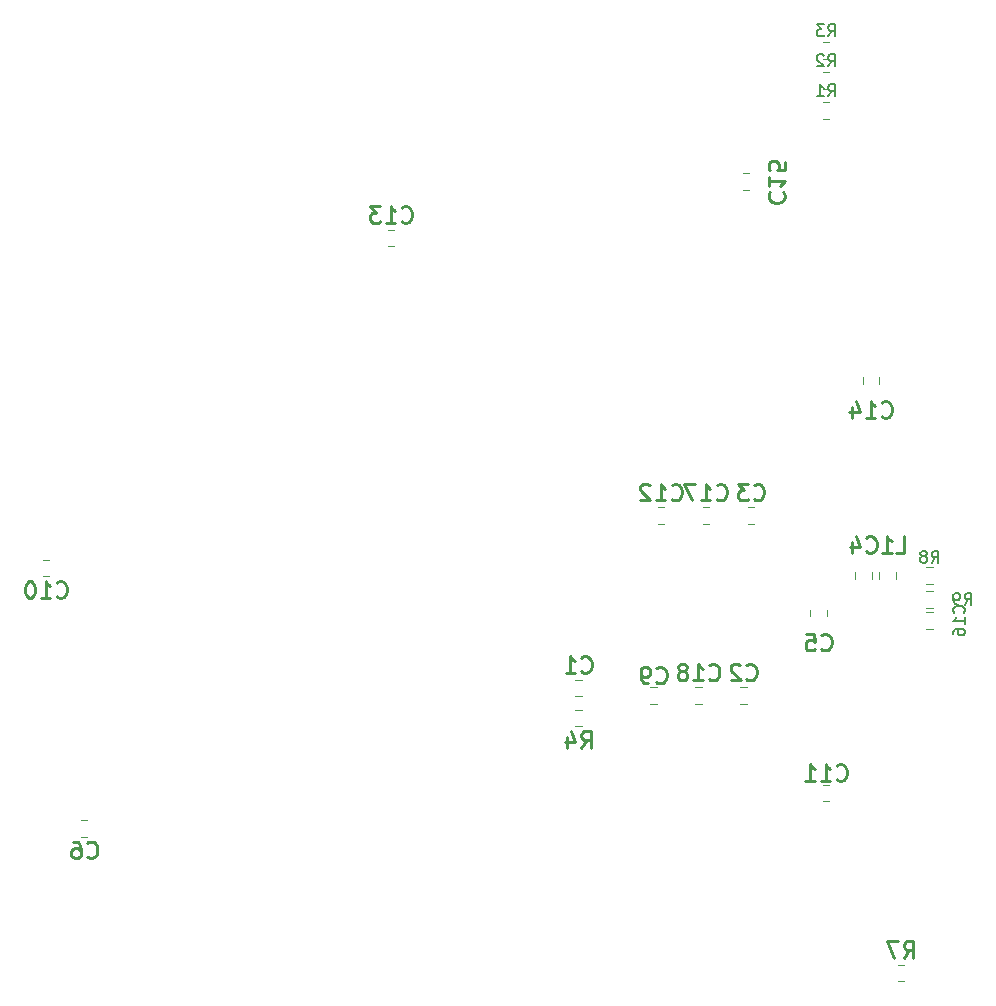
<source format=gbr>
G04 #@! TF.GenerationSoftware,KiCad,Pcbnew,(5.0.2)-1*
G04 #@! TF.CreationDate,2019-09-25T20:03:45-04:00*
G04 #@! TF.ProjectId,Z80_CPU,5a38305f-4350-4552-9e6b-696361645f70,1*
G04 #@! TF.SameCoordinates,Original*
G04 #@! TF.FileFunction,Legend,Bot*
G04 #@! TF.FilePolarity,Positive*
%FSLAX46Y46*%
G04 Gerber Fmt 4.6, Leading zero omitted, Abs format (unit mm)*
G04 Created by KiCad (PCBNEW (5.0.2)-1) date 9/25/2019 8:03:45 PM*
%MOMM*%
%LPD*%
G01*
G04 APERTURE LIST*
%ADD10C,0.120000*%
%ADD11C,0.254000*%
%ADD12C,0.150000*%
G04 APERTURE END LIST*
D10*
G04 #@! TO.C,L1*
X85292000Y-48521252D02*
X85292000Y-47998748D01*
X83872000Y-48521252D02*
X83872000Y-47998748D01*
G04 #@! TO.C,C1*
X58158748Y-58495000D02*
X58681252Y-58495000D01*
X58158748Y-57075000D02*
X58681252Y-57075000D01*
G04 #@! TO.C,C2*
X72128748Y-59130000D02*
X72651252Y-59130000D01*
X72128748Y-57710000D02*
X72651252Y-57710000D01*
G04 #@! TO.C,C3*
X72763748Y-43890000D02*
X73286252Y-43890000D01*
X72763748Y-42470000D02*
X73286252Y-42470000D01*
G04 #@! TO.C,C4*
X81840000Y-48521252D02*
X81840000Y-47998748D01*
X83260000Y-48521252D02*
X83260000Y-47998748D01*
G04 #@! TO.C,C5*
X79450000Y-51173748D02*
X79450000Y-51696252D01*
X78030000Y-51173748D02*
X78030000Y-51696252D01*
G04 #@! TO.C,C6*
X16843752Y-68949500D02*
X16321248Y-68949500D01*
X16843752Y-70369500D02*
X16321248Y-70369500D01*
G04 #@! TO.C,C9*
X65031252Y-59130000D02*
X64508748Y-59130000D01*
X65031252Y-57710000D02*
X64508748Y-57710000D01*
G04 #@! TO.C,C10*
X13596252Y-46915000D02*
X13073748Y-46915000D01*
X13596252Y-48335000D02*
X13073748Y-48335000D01*
G04 #@! TO.C,C11*
X79636252Y-67385000D02*
X79113748Y-67385000D01*
X79636252Y-65965000D02*
X79113748Y-65965000D01*
G04 #@! TO.C,C12*
X65666252Y-42470000D02*
X65143748Y-42470000D01*
X65666252Y-43890000D02*
X65143748Y-43890000D01*
G04 #@! TO.C,C13*
X42283748Y-18975000D02*
X42806252Y-18975000D01*
X42283748Y-20395000D02*
X42806252Y-20395000D01*
G04 #@! TO.C,C14*
X82475000Y-31488748D02*
X82475000Y-32011252D01*
X83895000Y-31488748D02*
X83895000Y-32011252D01*
G04 #@! TO.C,C15*
X72862072Y-15642660D02*
X72339568Y-15642660D01*
X72862072Y-14222660D02*
X72339568Y-14222660D01*
G04 #@! TO.C,C17*
X68953748Y-42470000D02*
X69476252Y-42470000D01*
X68953748Y-43890000D02*
X69476252Y-43890000D01*
G04 #@! TO.C,C18*
X68318748Y-59130000D02*
X68841252Y-59130000D01*
X68318748Y-57710000D02*
X68841252Y-57710000D01*
G04 #@! TO.C,R4*
X58681252Y-61035000D02*
X58158748Y-61035000D01*
X58681252Y-59615000D02*
X58158748Y-59615000D01*
G04 #@! TO.C,R7*
X85986252Y-82625000D02*
X85463748Y-82625000D01*
X85986252Y-81205000D02*
X85463748Y-81205000D01*
G04 #@! TO.C,R1*
X79636252Y-8180000D02*
X79113748Y-8180000D01*
X79636252Y-9600000D02*
X79113748Y-9600000D01*
G04 #@! TO.C,R2*
X79636252Y-7060000D02*
X79113748Y-7060000D01*
X79636252Y-5640000D02*
X79113748Y-5640000D01*
G04 #@! TO.C,R3*
X79636252Y-3100000D02*
X79113748Y-3100000D01*
X79636252Y-4520000D02*
X79113748Y-4520000D01*
G04 #@! TO.C,C16*
X87876748Y-52780000D02*
X88399252Y-52780000D01*
X87876748Y-51360000D02*
X88399252Y-51360000D01*
G04 #@! TO.C,R8*
X88399252Y-47550000D02*
X87876748Y-47550000D01*
X88399252Y-48970000D02*
X87876748Y-48970000D01*
G04 #@! TO.C,R9*
X87876748Y-49582000D02*
X88399252Y-49582000D01*
X87876748Y-51002000D02*
X88399252Y-51002000D01*
G04 #@! TO.C,L1*
D11*
X85322833Y-46351976D02*
X85988071Y-46351976D01*
X85988071Y-44954976D01*
X84125404Y-46351976D02*
X84923690Y-46351976D01*
X84524547Y-46351976D02*
X84524547Y-44954976D01*
X84657595Y-45154547D01*
X84790642Y-45287595D01*
X84923690Y-45354119D01*
G04 #@! TO.C,C1*
X58652833Y-56378928D02*
X58719357Y-56445452D01*
X58918928Y-56511976D01*
X59051976Y-56511976D01*
X59251547Y-56445452D01*
X59384595Y-56312404D01*
X59451119Y-56179357D01*
X59517642Y-55913261D01*
X59517642Y-55713690D01*
X59451119Y-55447595D01*
X59384595Y-55314547D01*
X59251547Y-55181500D01*
X59051976Y-55114976D01*
X58918928Y-55114976D01*
X58719357Y-55181500D01*
X58652833Y-55248023D01*
X57322357Y-56511976D02*
X58120642Y-56511976D01*
X57721500Y-56511976D02*
X57721500Y-55114976D01*
X57854547Y-55314547D01*
X57987595Y-55447595D01*
X58120642Y-55514119D01*
G04 #@! TO.C,C2*
X72622833Y-57013928D02*
X72689357Y-57080452D01*
X72888928Y-57146976D01*
X73021976Y-57146976D01*
X73221547Y-57080452D01*
X73354595Y-56947404D01*
X73421119Y-56814357D01*
X73487642Y-56548261D01*
X73487642Y-56348690D01*
X73421119Y-56082595D01*
X73354595Y-55949547D01*
X73221547Y-55816500D01*
X73021976Y-55749976D01*
X72888928Y-55749976D01*
X72689357Y-55816500D01*
X72622833Y-55883023D01*
X72090642Y-55883023D02*
X72024119Y-55816500D01*
X71891071Y-55749976D01*
X71558452Y-55749976D01*
X71425404Y-55816500D01*
X71358880Y-55883023D01*
X71292357Y-56016071D01*
X71292357Y-56149119D01*
X71358880Y-56348690D01*
X72157166Y-57146976D01*
X71292357Y-57146976D01*
G04 #@! TO.C,C3*
X73257833Y-41773928D02*
X73324357Y-41840452D01*
X73523928Y-41906976D01*
X73656976Y-41906976D01*
X73856547Y-41840452D01*
X73989595Y-41707404D01*
X74056119Y-41574357D01*
X74122642Y-41308261D01*
X74122642Y-41108690D01*
X74056119Y-40842595D01*
X73989595Y-40709547D01*
X73856547Y-40576500D01*
X73656976Y-40509976D01*
X73523928Y-40509976D01*
X73324357Y-40576500D01*
X73257833Y-40643023D01*
X72792166Y-40509976D02*
X71927357Y-40509976D01*
X72393023Y-41042166D01*
X72193452Y-41042166D01*
X72060404Y-41108690D01*
X71993880Y-41175214D01*
X71927357Y-41308261D01*
X71927357Y-41640880D01*
X71993880Y-41773928D01*
X72060404Y-41840452D01*
X72193452Y-41906976D01*
X72592595Y-41906976D01*
X72725642Y-41840452D01*
X72792166Y-41773928D01*
G04 #@! TO.C,C4*
X82782833Y-46218928D02*
X82849357Y-46285452D01*
X83048928Y-46351976D01*
X83181976Y-46351976D01*
X83381547Y-46285452D01*
X83514595Y-46152404D01*
X83581119Y-46019357D01*
X83647642Y-45753261D01*
X83647642Y-45553690D01*
X83581119Y-45287595D01*
X83514595Y-45154547D01*
X83381547Y-45021500D01*
X83181976Y-44954976D01*
X83048928Y-44954976D01*
X82849357Y-45021500D01*
X82782833Y-45088023D01*
X81585404Y-45420642D02*
X81585404Y-46351976D01*
X81918023Y-44888452D02*
X82250642Y-45886309D01*
X81385833Y-45886309D01*
G04 #@! TO.C,C5*
X78972833Y-54473928D02*
X79039357Y-54540452D01*
X79238928Y-54606976D01*
X79371976Y-54606976D01*
X79571547Y-54540452D01*
X79704595Y-54407404D01*
X79771119Y-54274357D01*
X79837642Y-54008261D01*
X79837642Y-53808690D01*
X79771119Y-53542595D01*
X79704595Y-53409547D01*
X79571547Y-53276500D01*
X79371976Y-53209976D01*
X79238928Y-53209976D01*
X79039357Y-53276500D01*
X78972833Y-53343023D01*
X77708880Y-53209976D02*
X78374119Y-53209976D01*
X78440642Y-53875214D01*
X78374119Y-53808690D01*
X78241071Y-53742166D01*
X77908452Y-53742166D01*
X77775404Y-53808690D01*
X77708880Y-53875214D01*
X77642357Y-54008261D01*
X77642357Y-54340880D01*
X77708880Y-54473928D01*
X77775404Y-54540452D01*
X77908452Y-54606976D01*
X78241071Y-54606976D01*
X78374119Y-54540452D01*
X78440642Y-54473928D01*
G04 #@! TO.C,C6*
X16815333Y-72063428D02*
X16881857Y-72129952D01*
X17081428Y-72196476D01*
X17214476Y-72196476D01*
X17414047Y-72129952D01*
X17547095Y-71996904D01*
X17613619Y-71863857D01*
X17680142Y-71597761D01*
X17680142Y-71398190D01*
X17613619Y-71132095D01*
X17547095Y-70999047D01*
X17414047Y-70866000D01*
X17214476Y-70799476D01*
X17081428Y-70799476D01*
X16881857Y-70866000D01*
X16815333Y-70932523D01*
X15617904Y-70799476D02*
X15884000Y-70799476D01*
X16017047Y-70866000D01*
X16083571Y-70932523D01*
X16216619Y-71132095D01*
X16283142Y-71398190D01*
X16283142Y-71930380D01*
X16216619Y-72063428D01*
X16150095Y-72129952D01*
X16017047Y-72196476D01*
X15750952Y-72196476D01*
X15617904Y-72129952D01*
X15551380Y-72063428D01*
X15484857Y-71930380D01*
X15484857Y-71597761D01*
X15551380Y-71464714D01*
X15617904Y-71398190D01*
X15750952Y-71331666D01*
X16017047Y-71331666D01*
X16150095Y-71398190D01*
X16216619Y-71464714D01*
X16283142Y-71597761D01*
G04 #@! TO.C,C9*
X65002833Y-57268928D02*
X65069357Y-57335452D01*
X65268928Y-57401976D01*
X65401976Y-57401976D01*
X65601547Y-57335452D01*
X65734595Y-57202404D01*
X65801119Y-57069357D01*
X65867642Y-56803261D01*
X65867642Y-56603690D01*
X65801119Y-56337595D01*
X65734595Y-56204547D01*
X65601547Y-56071500D01*
X65401976Y-56004976D01*
X65268928Y-56004976D01*
X65069357Y-56071500D01*
X65002833Y-56138023D01*
X64337595Y-57401976D02*
X64071500Y-57401976D01*
X63938452Y-57335452D01*
X63871928Y-57268928D01*
X63738880Y-57069357D01*
X63672357Y-56803261D01*
X63672357Y-56271071D01*
X63738880Y-56138023D01*
X63805404Y-56071500D01*
X63938452Y-56004976D01*
X64204547Y-56004976D01*
X64337595Y-56071500D01*
X64404119Y-56138023D01*
X64470642Y-56271071D01*
X64470642Y-56603690D01*
X64404119Y-56736738D01*
X64337595Y-56803261D01*
X64204547Y-56869785D01*
X63938452Y-56869785D01*
X63805404Y-56803261D01*
X63738880Y-56736738D01*
X63672357Y-56603690D01*
G04 #@! TO.C,C10*
X14233071Y-50028928D02*
X14299595Y-50095452D01*
X14499166Y-50161976D01*
X14632214Y-50161976D01*
X14831785Y-50095452D01*
X14964833Y-49962404D01*
X15031357Y-49829357D01*
X15097880Y-49563261D01*
X15097880Y-49363690D01*
X15031357Y-49097595D01*
X14964833Y-48964547D01*
X14831785Y-48831500D01*
X14632214Y-48764976D01*
X14499166Y-48764976D01*
X14299595Y-48831500D01*
X14233071Y-48898023D01*
X12902595Y-50161976D02*
X13700880Y-50161976D01*
X13301738Y-50161976D02*
X13301738Y-48764976D01*
X13434785Y-48964547D01*
X13567833Y-49097595D01*
X13700880Y-49164119D01*
X12037785Y-48764976D02*
X11904738Y-48764976D01*
X11771690Y-48831500D01*
X11705166Y-48898023D01*
X11638642Y-49031071D01*
X11572119Y-49297166D01*
X11572119Y-49629785D01*
X11638642Y-49895880D01*
X11705166Y-50028928D01*
X11771690Y-50095452D01*
X11904738Y-50161976D01*
X12037785Y-50161976D01*
X12170833Y-50095452D01*
X12237357Y-50028928D01*
X12303880Y-49895880D01*
X12370404Y-49629785D01*
X12370404Y-49297166D01*
X12303880Y-49031071D01*
X12237357Y-48898023D01*
X12170833Y-48831500D01*
X12037785Y-48764976D01*
G04 #@! TO.C,C11*
X80273071Y-65523928D02*
X80339595Y-65590452D01*
X80539166Y-65656976D01*
X80672214Y-65656976D01*
X80871785Y-65590452D01*
X81004833Y-65457404D01*
X81071357Y-65324357D01*
X81137880Y-65058261D01*
X81137880Y-64858690D01*
X81071357Y-64592595D01*
X81004833Y-64459547D01*
X80871785Y-64326500D01*
X80672214Y-64259976D01*
X80539166Y-64259976D01*
X80339595Y-64326500D01*
X80273071Y-64393023D01*
X78942595Y-65656976D02*
X79740880Y-65656976D01*
X79341738Y-65656976D02*
X79341738Y-64259976D01*
X79474785Y-64459547D01*
X79607833Y-64592595D01*
X79740880Y-64659119D01*
X77612119Y-65656976D02*
X78410404Y-65656976D01*
X78011261Y-65656976D02*
X78011261Y-64259976D01*
X78144309Y-64459547D01*
X78277357Y-64592595D01*
X78410404Y-64659119D01*
G04 #@! TO.C,C12*
X66303071Y-41773928D02*
X66369595Y-41840452D01*
X66569166Y-41906976D01*
X66702214Y-41906976D01*
X66901785Y-41840452D01*
X67034833Y-41707404D01*
X67101357Y-41574357D01*
X67167880Y-41308261D01*
X67167880Y-41108690D01*
X67101357Y-40842595D01*
X67034833Y-40709547D01*
X66901785Y-40576500D01*
X66702214Y-40509976D01*
X66569166Y-40509976D01*
X66369595Y-40576500D01*
X66303071Y-40643023D01*
X64972595Y-41906976D02*
X65770880Y-41906976D01*
X65371738Y-41906976D02*
X65371738Y-40509976D01*
X65504785Y-40709547D01*
X65637833Y-40842595D01*
X65770880Y-40909119D01*
X64440404Y-40643023D02*
X64373880Y-40576500D01*
X64240833Y-40509976D01*
X63908214Y-40509976D01*
X63775166Y-40576500D01*
X63708642Y-40643023D01*
X63642119Y-40776071D01*
X63642119Y-40909119D01*
X63708642Y-41108690D01*
X64506928Y-41906976D01*
X63642119Y-41906976D01*
G04 #@! TO.C,C13*
X43443071Y-18278928D02*
X43509595Y-18345452D01*
X43709166Y-18411976D01*
X43842214Y-18411976D01*
X44041785Y-18345452D01*
X44174833Y-18212404D01*
X44241357Y-18079357D01*
X44307880Y-17813261D01*
X44307880Y-17613690D01*
X44241357Y-17347595D01*
X44174833Y-17214547D01*
X44041785Y-17081500D01*
X43842214Y-17014976D01*
X43709166Y-17014976D01*
X43509595Y-17081500D01*
X43443071Y-17148023D01*
X42112595Y-18411976D02*
X42910880Y-18411976D01*
X42511738Y-18411976D02*
X42511738Y-17014976D01*
X42644785Y-17214547D01*
X42777833Y-17347595D01*
X42910880Y-17414119D01*
X41646928Y-17014976D02*
X40782119Y-17014976D01*
X41247785Y-17547166D01*
X41048214Y-17547166D01*
X40915166Y-17613690D01*
X40848642Y-17680214D01*
X40782119Y-17813261D01*
X40782119Y-18145880D01*
X40848642Y-18278928D01*
X40915166Y-18345452D01*
X41048214Y-18411976D01*
X41447357Y-18411976D01*
X41580404Y-18345452D01*
X41646928Y-18278928D01*
G04 #@! TO.C,C14*
X84083071Y-34788928D02*
X84149595Y-34855452D01*
X84349166Y-34921976D01*
X84482214Y-34921976D01*
X84681785Y-34855452D01*
X84814833Y-34722404D01*
X84881357Y-34589357D01*
X84947880Y-34323261D01*
X84947880Y-34123690D01*
X84881357Y-33857595D01*
X84814833Y-33724547D01*
X84681785Y-33591500D01*
X84482214Y-33524976D01*
X84349166Y-33524976D01*
X84149595Y-33591500D01*
X84083071Y-33658023D01*
X82752595Y-34921976D02*
X83550880Y-34921976D01*
X83151738Y-34921976D02*
X83151738Y-33524976D01*
X83284785Y-33724547D01*
X83417833Y-33857595D01*
X83550880Y-33924119D01*
X81555166Y-33990642D02*
X81555166Y-34921976D01*
X81887785Y-33458452D02*
X82220404Y-34456309D01*
X81355595Y-34456309D01*
G04 #@! TO.C,C15*
X74641891Y-15830731D02*
X74575367Y-15897255D01*
X74508843Y-16096826D01*
X74508843Y-16229874D01*
X74575367Y-16429445D01*
X74708415Y-16562493D01*
X74841462Y-16629017D01*
X75107558Y-16695540D01*
X75307129Y-16695540D01*
X75573224Y-16629017D01*
X75706272Y-16562493D01*
X75839320Y-16429445D01*
X75905843Y-16229874D01*
X75905843Y-16096826D01*
X75839320Y-15897255D01*
X75772796Y-15830731D01*
X74508843Y-14500255D02*
X74508843Y-15298540D01*
X74508843Y-14899398D02*
X75905843Y-14899398D01*
X75706272Y-15032445D01*
X75573224Y-15165493D01*
X75506700Y-15298540D01*
X75905843Y-13236302D02*
X75905843Y-13901540D01*
X75240605Y-13968064D01*
X75307129Y-13901540D01*
X75373653Y-13768493D01*
X75373653Y-13435874D01*
X75307129Y-13302826D01*
X75240605Y-13236302D01*
X75107558Y-13169779D01*
X74774939Y-13169779D01*
X74641891Y-13236302D01*
X74575367Y-13302826D01*
X74508843Y-13435874D01*
X74508843Y-13768493D01*
X74575367Y-13901540D01*
X74641891Y-13968064D01*
G04 #@! TO.C,C17*
X70113071Y-41773928D02*
X70179595Y-41840452D01*
X70379166Y-41906976D01*
X70512214Y-41906976D01*
X70711785Y-41840452D01*
X70844833Y-41707404D01*
X70911357Y-41574357D01*
X70977880Y-41308261D01*
X70977880Y-41108690D01*
X70911357Y-40842595D01*
X70844833Y-40709547D01*
X70711785Y-40576500D01*
X70512214Y-40509976D01*
X70379166Y-40509976D01*
X70179595Y-40576500D01*
X70113071Y-40643023D01*
X68782595Y-41906976D02*
X69580880Y-41906976D01*
X69181738Y-41906976D02*
X69181738Y-40509976D01*
X69314785Y-40709547D01*
X69447833Y-40842595D01*
X69580880Y-40909119D01*
X68316928Y-40509976D02*
X67385595Y-40509976D01*
X67984309Y-41906976D01*
G04 #@! TO.C,C18*
X69478071Y-57013928D02*
X69544595Y-57080452D01*
X69744166Y-57146976D01*
X69877214Y-57146976D01*
X70076785Y-57080452D01*
X70209833Y-56947404D01*
X70276357Y-56814357D01*
X70342880Y-56548261D01*
X70342880Y-56348690D01*
X70276357Y-56082595D01*
X70209833Y-55949547D01*
X70076785Y-55816500D01*
X69877214Y-55749976D01*
X69744166Y-55749976D01*
X69544595Y-55816500D01*
X69478071Y-55883023D01*
X68147595Y-57146976D02*
X68945880Y-57146976D01*
X68546738Y-57146976D02*
X68546738Y-55749976D01*
X68679785Y-55949547D01*
X68812833Y-56082595D01*
X68945880Y-56149119D01*
X67349309Y-56348690D02*
X67482357Y-56282166D01*
X67548880Y-56215642D01*
X67615404Y-56082595D01*
X67615404Y-56016071D01*
X67548880Y-55883023D01*
X67482357Y-55816500D01*
X67349309Y-55749976D01*
X67083214Y-55749976D01*
X66950166Y-55816500D01*
X66883642Y-55883023D01*
X66817119Y-56016071D01*
X66817119Y-56082595D01*
X66883642Y-56215642D01*
X66950166Y-56282166D01*
X67083214Y-56348690D01*
X67349309Y-56348690D01*
X67482357Y-56415214D01*
X67548880Y-56481738D01*
X67615404Y-56614785D01*
X67615404Y-56880880D01*
X67548880Y-57013928D01*
X67482357Y-57080452D01*
X67349309Y-57146976D01*
X67083214Y-57146976D01*
X66950166Y-57080452D01*
X66883642Y-57013928D01*
X66817119Y-56880880D01*
X66817119Y-56614785D01*
X66883642Y-56481738D01*
X66950166Y-56415214D01*
X67083214Y-56348690D01*
G04 #@! TO.C,R4*
X58652833Y-62861976D02*
X59118500Y-62196738D01*
X59451119Y-62861976D02*
X59451119Y-61464976D01*
X58918928Y-61464976D01*
X58785880Y-61531500D01*
X58719357Y-61598023D01*
X58652833Y-61731071D01*
X58652833Y-61930642D01*
X58719357Y-62063690D01*
X58785880Y-62130214D01*
X58918928Y-62196738D01*
X59451119Y-62196738D01*
X57455404Y-61930642D02*
X57455404Y-62861976D01*
X57788023Y-61398452D02*
X58120642Y-62396309D01*
X57255833Y-62396309D01*
G04 #@! TO.C,R7*
X85957833Y-80641976D02*
X86423500Y-79976738D01*
X86756119Y-80641976D02*
X86756119Y-79244976D01*
X86223928Y-79244976D01*
X86090880Y-79311500D01*
X86024357Y-79378023D01*
X85957833Y-79511071D01*
X85957833Y-79710642D01*
X86024357Y-79843690D01*
X86090880Y-79910214D01*
X86223928Y-79976738D01*
X86756119Y-79976738D01*
X85492166Y-79244976D02*
X84560833Y-79244976D01*
X85159547Y-80641976D01*
G04 #@! TO.C,R1*
D12*
X79541666Y-7692380D02*
X79875000Y-7216190D01*
X80113095Y-7692380D02*
X80113095Y-6692380D01*
X79732142Y-6692380D01*
X79636904Y-6740000D01*
X79589285Y-6787619D01*
X79541666Y-6882857D01*
X79541666Y-7025714D01*
X79589285Y-7120952D01*
X79636904Y-7168571D01*
X79732142Y-7216190D01*
X80113095Y-7216190D01*
X78589285Y-7692380D02*
X79160714Y-7692380D01*
X78875000Y-7692380D02*
X78875000Y-6692380D01*
X78970238Y-6835238D01*
X79065476Y-6930476D01*
X79160714Y-6978095D01*
G04 #@! TO.C,R2*
X79541666Y-5152380D02*
X79875000Y-4676190D01*
X80113095Y-5152380D02*
X80113095Y-4152380D01*
X79732142Y-4152380D01*
X79636904Y-4200000D01*
X79589285Y-4247619D01*
X79541666Y-4342857D01*
X79541666Y-4485714D01*
X79589285Y-4580952D01*
X79636904Y-4628571D01*
X79732142Y-4676190D01*
X80113095Y-4676190D01*
X79160714Y-4247619D02*
X79113095Y-4200000D01*
X79017857Y-4152380D01*
X78779761Y-4152380D01*
X78684523Y-4200000D01*
X78636904Y-4247619D01*
X78589285Y-4342857D01*
X78589285Y-4438095D01*
X78636904Y-4580952D01*
X79208333Y-5152380D01*
X78589285Y-5152380D01*
G04 #@! TO.C,R3*
X79541666Y-2612380D02*
X79875000Y-2136190D01*
X80113095Y-2612380D02*
X80113095Y-1612380D01*
X79732142Y-1612380D01*
X79636904Y-1660000D01*
X79589285Y-1707619D01*
X79541666Y-1802857D01*
X79541666Y-1945714D01*
X79589285Y-2040952D01*
X79636904Y-2088571D01*
X79732142Y-2136190D01*
X80113095Y-2136190D01*
X79208333Y-1612380D02*
X78589285Y-1612380D01*
X78922619Y-1993333D01*
X78779761Y-1993333D01*
X78684523Y-2040952D01*
X78636904Y-2088571D01*
X78589285Y-2183809D01*
X78589285Y-2421904D01*
X78636904Y-2517142D01*
X78684523Y-2564761D01*
X78779761Y-2612380D01*
X79065476Y-2612380D01*
X79160714Y-2564761D01*
X79208333Y-2517142D01*
G04 #@! TO.C,C16*
X91035142Y-51427142D02*
X91082761Y-51379523D01*
X91130380Y-51236666D01*
X91130380Y-51141428D01*
X91082761Y-50998571D01*
X90987523Y-50903333D01*
X90892285Y-50855714D01*
X90701809Y-50808095D01*
X90558952Y-50808095D01*
X90368476Y-50855714D01*
X90273238Y-50903333D01*
X90178000Y-50998571D01*
X90130380Y-51141428D01*
X90130380Y-51236666D01*
X90178000Y-51379523D01*
X90225619Y-51427142D01*
X91130380Y-52379523D02*
X91130380Y-51808095D01*
X91130380Y-52093809D02*
X90130380Y-52093809D01*
X90273238Y-51998571D01*
X90368476Y-51903333D01*
X90416095Y-51808095D01*
X90130380Y-53236666D02*
X90130380Y-53046190D01*
X90178000Y-52950952D01*
X90225619Y-52903333D01*
X90368476Y-52808095D01*
X90558952Y-52760476D01*
X90939904Y-52760476D01*
X91035142Y-52808095D01*
X91082761Y-52855714D01*
X91130380Y-52950952D01*
X91130380Y-53141428D01*
X91082761Y-53236666D01*
X91035142Y-53284285D01*
X90939904Y-53331904D01*
X90701809Y-53331904D01*
X90606571Y-53284285D01*
X90558952Y-53236666D01*
X90511333Y-53141428D01*
X90511333Y-52950952D01*
X90558952Y-52855714D01*
X90606571Y-52808095D01*
X90701809Y-52760476D01*
G04 #@! TO.C,R8*
X88304666Y-47188380D02*
X88638000Y-46712190D01*
X88876095Y-47188380D02*
X88876095Y-46188380D01*
X88495142Y-46188380D01*
X88399904Y-46236000D01*
X88352285Y-46283619D01*
X88304666Y-46378857D01*
X88304666Y-46521714D01*
X88352285Y-46616952D01*
X88399904Y-46664571D01*
X88495142Y-46712190D01*
X88876095Y-46712190D01*
X87733238Y-46616952D02*
X87828476Y-46569333D01*
X87876095Y-46521714D01*
X87923714Y-46426476D01*
X87923714Y-46378857D01*
X87876095Y-46283619D01*
X87828476Y-46236000D01*
X87733238Y-46188380D01*
X87542761Y-46188380D01*
X87447523Y-46236000D01*
X87399904Y-46283619D01*
X87352285Y-46378857D01*
X87352285Y-46426476D01*
X87399904Y-46521714D01*
X87447523Y-46569333D01*
X87542761Y-46616952D01*
X87733238Y-46616952D01*
X87828476Y-46664571D01*
X87876095Y-46712190D01*
X87923714Y-46807428D01*
X87923714Y-46997904D01*
X87876095Y-47093142D01*
X87828476Y-47140761D01*
X87733238Y-47188380D01*
X87542761Y-47188380D01*
X87447523Y-47140761D01*
X87399904Y-47093142D01*
X87352285Y-46997904D01*
X87352285Y-46807428D01*
X87399904Y-46712190D01*
X87447523Y-46664571D01*
X87542761Y-46616952D01*
G04 #@! TO.C,R9*
X91098666Y-50744380D02*
X91432000Y-50268190D01*
X91670095Y-50744380D02*
X91670095Y-49744380D01*
X91289142Y-49744380D01*
X91193904Y-49792000D01*
X91146285Y-49839619D01*
X91098666Y-49934857D01*
X91098666Y-50077714D01*
X91146285Y-50172952D01*
X91193904Y-50220571D01*
X91289142Y-50268190D01*
X91670095Y-50268190D01*
X90622476Y-50744380D02*
X90432000Y-50744380D01*
X90336761Y-50696761D01*
X90289142Y-50649142D01*
X90193904Y-50506285D01*
X90146285Y-50315809D01*
X90146285Y-49934857D01*
X90193904Y-49839619D01*
X90241523Y-49792000D01*
X90336761Y-49744380D01*
X90527238Y-49744380D01*
X90622476Y-49792000D01*
X90670095Y-49839619D01*
X90717714Y-49934857D01*
X90717714Y-50172952D01*
X90670095Y-50268190D01*
X90622476Y-50315809D01*
X90527238Y-50363428D01*
X90336761Y-50363428D01*
X90241523Y-50315809D01*
X90193904Y-50268190D01*
X90146285Y-50172952D01*
G04 #@! TD*
M02*

</source>
